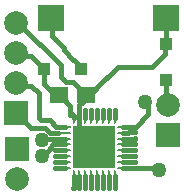
<source format=gtl>
G04*
G04 #@! TF.GenerationSoftware,Altium Limited,Altium Designer,22.6.1 (34)*
G04*
G04 Layer_Physical_Order=1*
G04 Layer_Color=255*
%FSLAX44Y44*%
%MOMM*%
G71*
G04*
G04 #@! TF.SameCoordinates,45B2D7D6-BFBB-4C38-AB1A-0C575AC83147*
G04*
G04*
G04 #@! TF.FilePolarity,Positive*
G04*
G01*
G75*
G04:AMPARAMS|DCode=15|XSize=0.2425mm|YSize=1.0096mm|CornerRadius=0.1212mm|HoleSize=0mm|Usage=FLASHONLY|Rotation=0.000|XOffset=0mm|YOffset=0mm|HoleType=Round|Shape=RoundedRectangle|*
%AMROUNDEDRECTD15*
21,1,0.2425,0.7672,0,0,0.0*
21,1,0.0000,1.0096,0,0,0.0*
1,1,0.2425,0.0000,-0.3836*
1,1,0.2425,0.0000,-0.3836*
1,1,0.2425,0.0000,0.3836*
1,1,0.2425,0.0000,0.3836*
%
%ADD15ROUNDEDRECTD15*%
G04:AMPARAMS|DCode=16|XSize=1.0096mm|YSize=0.2425mm|CornerRadius=0.1212mm|HoleSize=0mm|Usage=FLASHONLY|Rotation=0.000|XOffset=0mm|YOffset=0mm|HoleType=Round|Shape=RoundedRectangle|*
%AMROUNDEDRECTD16*
21,1,1.0096,0.0000,0,0,0.0*
21,1,0.7672,0.2425,0,0,0.0*
1,1,0.2425,0.3836,0.0000*
1,1,0.2425,-0.3836,0.0000*
1,1,0.2425,-0.3836,0.0000*
1,1,0.2425,0.3836,0.0000*
%
%ADD16ROUNDEDRECTD16*%
%ADD17R,1.0096X0.2425*%
%ADD18R,1.1000X1.0000*%
%ADD19R,1.0000X1.1000*%
%ADD20R,1.5240X1.4224*%
%ADD21R,3.5500X3.5500*%
%ADD29C,0.3810*%
%ADD30R,2.3000X2.3000*%
%ADD31R,2.0000X2.0000*%
%ADD32C,2.0000*%
%ADD33C,1.2700*%
D15*
X886740Y747142D02*
D03*
X891740D02*
D03*
X896740D02*
D03*
X901740D02*
D03*
X906740D02*
D03*
X911740D02*
D03*
X916740D02*
D03*
X921740D02*
D03*
Y698118D02*
D03*
X916740D02*
D03*
X911740D02*
D03*
X906740D02*
D03*
X901740D02*
D03*
X896740D02*
D03*
X891740D02*
D03*
X886740D02*
D03*
D16*
X928753Y740130D02*
D03*
Y735130D02*
D03*
Y730130D02*
D03*
Y725130D02*
D03*
Y720130D02*
D03*
Y715130D02*
D03*
Y710130D02*
D03*
Y705130D02*
D03*
X879727D02*
D03*
Y710130D02*
D03*
Y715130D02*
D03*
Y720130D02*
D03*
Y725130D02*
D03*
Y730130D02*
D03*
Y735130D02*
D03*
D17*
Y740130D02*
D03*
D18*
X965200Y810520D02*
D03*
Y779520D02*
D03*
D19*
X893070Y788670D02*
D03*
X862070D02*
D03*
D20*
X874570Y767000D02*
D03*
X897430D02*
D03*
D21*
X904240Y722630D02*
D03*
D29*
X900610Y719000D02*
X904240Y722630D01*
X896000Y719000D02*
X900610D01*
X887003Y797030D02*
X889975Y794058D01*
X878840Y804694D02*
Y806450D01*
X886504Y797030D02*
X887003D01*
X878840Y804694D02*
X886504Y797030D01*
X894715Y761873D02*
X899922Y767080D01*
X839960Y828040D02*
X876000Y792000D01*
X838200Y828040D02*
X839960D01*
X876000Y782000D02*
Y792000D01*
Y782000D02*
X880000Y778000D01*
X886430D01*
X891715Y772207D02*
Y772715D01*
X896922Y767000D02*
X897430D01*
X891715Y772207D02*
X896922Y767000D01*
X886430Y778000D02*
X891715Y772715D01*
X875078Y767000D02*
X880285Y761793D01*
X883597Y750286D02*
Y757973D01*
X874570Y767000D02*
X875078D01*
X880285Y761285D02*
Y761793D01*
Y761285D02*
X883597Y757973D01*
X906145Y772795D02*
X924350Y791000D01*
X953560D01*
X900938Y767080D02*
X906145Y772287D01*
Y772795D01*
X899922Y767080D02*
X900938D01*
X953560Y791000D02*
X964597Y802037D01*
X867410Y831850D02*
X868423Y830837D01*
Y816867D02*
Y830837D01*
Y816867D02*
X878840Y806450D01*
X889975Y791765D02*
Y794058D01*
Y791765D02*
X893070Y788670D01*
X862070D02*
Y789170D01*
Y776230D02*
Y788670D01*
X857250Y747722D02*
Y768350D01*
X850582Y775018D02*
X857250Y768350D01*
X838200Y777240D02*
X840422Y775018D01*
X850582D01*
X838200Y802640D02*
X840552Y800288D01*
X850452D01*
X858475Y792265D01*
X858975D01*
X862070Y789170D01*
X862719Y739140D02*
X866729Y735130D01*
X850900Y739140D02*
X862719D01*
X838200Y751840D02*
X850900Y739140D01*
X859482Y745490D02*
X866571D01*
X871931Y740130D02*
X879727D01*
X866571Y745490D02*
X871931Y740130D01*
X857250Y747722D02*
X859482Y745490D01*
X866729Y735130D02*
X873560D01*
X859790Y728980D02*
X860940Y730130D01*
X866410Y721687D02*
Y722082D01*
X869498Y725170D02*
X871220D01*
X859790Y715010D02*
Y715067D01*
X866410Y721687D01*
Y722082D02*
X869498Y725170D01*
X936538Y705120D02*
X957310D01*
X896640Y753330D02*
X896790Y753480D01*
X896740Y747142D02*
Y753230D01*
X896790Y753480D02*
Y754480D01*
X886740Y747142D02*
Y749593D01*
X901740Y747142D02*
Y754340D01*
X901600Y754480D02*
X901640Y754440D01*
X906740Y747142D02*
Y754340D01*
X906640Y754440D02*
X906680Y754480D01*
X911740Y747142D02*
Y754260D01*
X911640Y754360D02*
X911760Y754480D01*
X916640Y754280D02*
X916840Y754480D01*
X916740Y747142D02*
Y754180D01*
X921640Y752478D02*
X921650Y752488D01*
X921740Y747142D02*
Y752378D01*
X921650Y752488D02*
Y754480D01*
X883597Y750286D02*
X886047D01*
X886740Y749593D01*
X911740Y688460D02*
X911860Y688340D01*
X911740Y688460D02*
Y698118D01*
X906740Y688380D02*
X906780Y688340D01*
X906740Y688380D02*
Y698118D01*
X896620Y688340D02*
X896740Y688460D01*
X891740Y688540D02*
Y698118D01*
X891540Y688340D02*
X891740Y688540D01*
X886460Y688340D02*
X886730Y688610D01*
Y690332D01*
X886740Y690342D02*
Y698118D01*
X886730Y690332D02*
X886740Y690342D01*
X916930Y688340D02*
Y688350D01*
X921740Y688620D02*
X922020Y688340D01*
X921740Y688620D02*
Y698118D01*
X916740Y688540D02*
X916930Y688350D01*
X916740Y688540D02*
Y698118D01*
X891740Y735130D02*
X904240Y722630D01*
X891740Y735130D02*
Y747142D01*
X938410Y715130D02*
X938530Y715010D01*
X928753Y720130D02*
X938490D01*
X938530Y720090D01*
X928753Y715130D02*
X938410D01*
X928753Y730130D02*
X938410D01*
X938530Y730250D01*
X938490Y725130D02*
X938530Y725170D01*
X928753Y725130D02*
X938490D01*
X896740Y688460D02*
Y698118D01*
X901700Y688340D02*
X901740Y688380D01*
Y698118D01*
X938330Y710130D02*
X938530Y709930D01*
X928753Y710130D02*
X938330D01*
X936528Y705130D02*
X936538Y705120D01*
X928753Y705130D02*
X936528D01*
X928753Y740130D02*
X939520D01*
X928753Y735130D02*
X933250D01*
X933440Y735320D01*
X938530D01*
X871220Y704850D02*
X871500Y705130D01*
X871220Y709940D02*
X871230D01*
X871420Y710130D01*
X879727D01*
X871500Y705130D02*
X879727D01*
X871340Y715130D02*
X879727D01*
X871220Y715010D02*
X871340Y715130D01*
X871220Y720090D02*
X871260Y720130D01*
X879727D01*
X871260Y725130D02*
X879727D01*
X860940Y730130D02*
X879727D01*
X871220Y725170D02*
X871260Y725130D01*
X964597Y809917D02*
X965200Y810520D01*
X964597Y802037D02*
Y809917D01*
X965200Y810520D02*
Y831640D01*
X939520Y740130D02*
X949960Y750570D01*
X949860Y750670D02*
Y760830D01*
X891740Y758390D02*
X894715Y761365D01*
Y761873D01*
X891740Y747142D02*
Y758390D01*
X862070Y776230D02*
X871220Y767080D01*
X863555Y792265D02*
X864055D01*
X965200Y831640D02*
X965410Y831850D01*
X965200Y758190D02*
Y779520D01*
D30*
X867410Y831850D02*
D03*
X965410D02*
D03*
D31*
X966470Y732790D02*
D03*
X838694Y721656D02*
D03*
X838200Y751840D02*
D03*
D32*
X966470Y758190D02*
D03*
X838694Y696256D02*
D03*
X838200Y828040D02*
D03*
Y802640D02*
D03*
Y777240D02*
D03*
D33*
X896000Y719000D02*
D03*
X947420Y760730D02*
D03*
X859790Y728980D02*
D03*
Y715010D02*
D03*
X958850Y703580D02*
D03*
M02*

</source>
